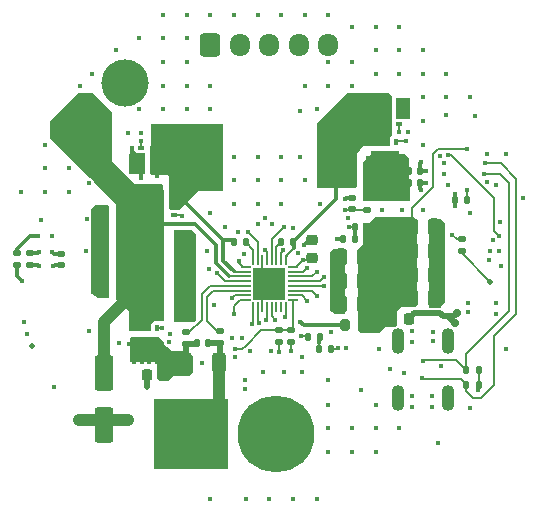
<source format=gbr>
%TF.GenerationSoftware,KiCad,Pcbnew,(6.0.9)*%
%TF.CreationDate,2023-01-25T10:50:16+01:00*%
%TF.ProjectId,BatteryManagementBoard,42617474-6572-4794-9d61-6e6167656d65,rev?*%
%TF.SameCoordinates,Original*%
%TF.FileFunction,Copper,L6,Bot*%
%TF.FilePolarity,Positive*%
%FSLAX46Y46*%
G04 Gerber Fmt 4.6, Leading zero omitted, Abs format (unit mm)*
G04 Created by KiCad (PCBNEW (6.0.9)) date 2023-01-25 10:50:16*
%MOMM*%
%LPD*%
G01*
G04 APERTURE LIST*
G04 Aperture macros list*
%AMRoundRect*
0 Rectangle with rounded corners*
0 $1 Rounding radius*
0 $2 $3 $4 $5 $6 $7 $8 $9 X,Y pos of 4 corners*
0 Add a 4 corners polygon primitive as box body*
4,1,4,$2,$3,$4,$5,$6,$7,$8,$9,$2,$3,0*
0 Add four circle primitives for the rounded corners*
1,1,$1+$1,$2,$3*
1,1,$1+$1,$4,$5*
1,1,$1+$1,$6,$7*
1,1,$1+$1,$8,$9*
0 Add four rect primitives between the rounded corners*
20,1,$1+$1,$2,$3,$4,$5,0*
20,1,$1+$1,$4,$5,$6,$7,0*
20,1,$1+$1,$6,$7,$8,$9,0*
20,1,$1+$1,$8,$9,$2,$3,0*%
G04 Aperture macros list end*
%TA.AperFunction,SMDPad,CuDef*%
%ADD10R,3.250000X5.000000*%
%TD*%
%TA.AperFunction,ComponentPad*%
%ADD11O,1.100000X2.200000*%
%TD*%
%TA.AperFunction,SMDPad,CuDef*%
%ADD12RoundRect,0.135000X-0.185000X0.135000X-0.185000X-0.135000X0.185000X-0.135000X0.185000X0.135000X0*%
%TD*%
%TA.AperFunction,SMDPad,CuDef*%
%ADD13RoundRect,0.135000X-0.135000X-0.185000X0.135000X-0.185000X0.135000X0.185000X-0.135000X0.185000X0*%
%TD*%
%TA.AperFunction,SMDPad,CuDef*%
%ADD14RoundRect,0.250000X-0.250000X-0.475000X0.250000X-0.475000X0.250000X0.475000X-0.250000X0.475000X0*%
%TD*%
%TA.AperFunction,SMDPad,CuDef*%
%ADD15R,0.430000X0.380000*%
%TD*%
%TA.AperFunction,SMDPad,CuDef*%
%ADD16R,0.300000X0.400000*%
%TD*%
%TA.AperFunction,SMDPad,CuDef*%
%ADD17R,1.980000X2.450000*%
%TD*%
%TA.AperFunction,SMDPad,CuDef*%
%ADD18R,0.500000X0.350000*%
%TD*%
%TA.AperFunction,SMDPad,CuDef*%
%ADD19RoundRect,0.140000X-0.170000X0.140000X-0.170000X-0.140000X0.170000X-0.140000X0.170000X0.140000X0*%
%TD*%
%TA.AperFunction,SMDPad,CuDef*%
%ADD20RoundRect,0.250000X0.250000X0.475000X-0.250000X0.475000X-0.250000X-0.475000X0.250000X-0.475000X0*%
%TD*%
%TA.AperFunction,SMDPad,CuDef*%
%ADD21RoundRect,0.250000X-0.550000X1.250000X-0.550000X-1.250000X0.550000X-1.250000X0.550000X1.250000X0*%
%TD*%
%TA.AperFunction,SMDPad,CuDef*%
%ADD22RoundRect,0.135000X0.185000X-0.135000X0.185000X0.135000X-0.185000X0.135000X-0.185000X-0.135000X0*%
%TD*%
%TA.AperFunction,SMDPad,CuDef*%
%ADD23RoundRect,0.225000X0.225000X0.250000X-0.225000X0.250000X-0.225000X-0.250000X0.225000X-0.250000X0*%
%TD*%
%TA.AperFunction,SMDPad,CuDef*%
%ADD24RoundRect,0.050000X0.337500X0.050000X-0.337500X0.050000X-0.337500X-0.050000X0.337500X-0.050000X0*%
%TD*%
%TA.AperFunction,SMDPad,CuDef*%
%ADD25RoundRect,0.050000X0.050000X0.337500X-0.050000X0.337500X-0.050000X-0.337500X0.050000X-0.337500X0*%
%TD*%
%TA.AperFunction,SMDPad,CuDef*%
%ADD26R,2.800000X2.800000*%
%TD*%
%TA.AperFunction,ComponentPad*%
%ADD27RoundRect,0.250000X-0.600000X-0.725000X0.600000X-0.725000X0.600000X0.725000X-0.600000X0.725000X0*%
%TD*%
%TA.AperFunction,ComponentPad*%
%ADD28O,1.700000X1.950000*%
%TD*%
%TA.AperFunction,SMDPad,CuDef*%
%ADD29RoundRect,0.225000X0.250000X-0.225000X0.250000X0.225000X-0.250000X0.225000X-0.250000X-0.225000X0*%
%TD*%
%TA.AperFunction,SMDPad,CuDef*%
%ADD30R,0.380000X0.430000*%
%TD*%
%TA.AperFunction,SMDPad,CuDef*%
%ADD31R,0.400000X0.300000*%
%TD*%
%TA.AperFunction,SMDPad,CuDef*%
%ADD32R,2.450000X1.980000*%
%TD*%
%TA.AperFunction,SMDPad,CuDef*%
%ADD33R,0.350000X0.500000*%
%TD*%
%TA.AperFunction,SMDPad,CuDef*%
%ADD34RoundRect,0.140000X0.140000X0.170000X-0.140000X0.170000X-0.140000X-0.170000X0.140000X-0.170000X0*%
%TD*%
%TA.AperFunction,SMDPad,CuDef*%
%ADD35RoundRect,0.135000X0.135000X0.185000X-0.135000X0.185000X-0.135000X-0.185000X0.135000X-0.185000X0*%
%TD*%
%TA.AperFunction,SMDPad,CuDef*%
%ADD36RoundRect,0.250000X0.625000X-0.312500X0.625000X0.312500X-0.625000X0.312500X-0.625000X-0.312500X0*%
%TD*%
%TA.AperFunction,SMDPad,CuDef*%
%ADD37RoundRect,0.140000X0.170000X-0.140000X0.170000X0.140000X-0.170000X0.140000X-0.170000X-0.140000X0*%
%TD*%
%TA.AperFunction,SMDPad,CuDef*%
%ADD38RoundRect,0.218750X0.218750X0.256250X-0.218750X0.256250X-0.218750X-0.256250X0.218750X-0.256250X0*%
%TD*%
%TA.AperFunction,ComponentPad*%
%ADD39C,6.500000*%
%TD*%
%TA.AperFunction,ComponentPad*%
%ADD40R,6.300000X6.000000*%
%TD*%
%TA.AperFunction,SMDPad,CuDef*%
%ADD41RoundRect,0.140000X-0.140000X-0.170000X0.140000X-0.170000X0.140000X0.170000X-0.140000X0.170000X0*%
%TD*%
%TA.AperFunction,SMDPad,CuDef*%
%ADD42RoundRect,0.250000X-0.312500X-0.625000X0.312500X-0.625000X0.312500X0.625000X-0.312500X0.625000X0*%
%TD*%
%TA.AperFunction,ComponentPad*%
%ADD43C,4.000000*%
%TD*%
%TA.AperFunction,SMDPad,CuDef*%
%ADD44RoundRect,0.200000X0.200000X0.275000X-0.200000X0.275000X-0.200000X-0.275000X0.200000X-0.275000X0*%
%TD*%
%TA.AperFunction,ViaPad*%
%ADD45C,0.450000*%
%TD*%
%TA.AperFunction,ViaPad*%
%ADD46C,0.800000*%
%TD*%
%TA.AperFunction,ViaPad*%
%ADD47C,0.500000*%
%TD*%
%TA.AperFunction,ViaPad*%
%ADD48C,0.700000*%
%TD*%
%TA.AperFunction,Conductor*%
%ADD49C,0.500000*%
%TD*%
%TA.AperFunction,Conductor*%
%ADD50C,0.300000*%
%TD*%
%TA.AperFunction,Conductor*%
%ADD51C,0.200000*%
%TD*%
%TA.AperFunction,Conductor*%
%ADD52C,1.000000*%
%TD*%
G04 APERTURE END LIST*
D10*
%TO.P,L301,1,1*%
%TO.N,/P3-Charger/SW1*%
X155625000Y-92000000D03*
%TO.P,L301,2,2*%
%TO.N,/P3-Charger/SW2*%
X144375000Y-92000000D03*
%TD*%
D11*
%TO.P,J201,S1,Shell*%
%TO.N,unconnected-(J201-PadS1)*%
X165150000Y-107600000D03*
%TO.P,J201,S2,Shell*%
%TO.N,unconnected-(J201-PadS2)*%
X160850000Y-107600000D03*
%TO.P,J201,S3,Shell*%
%TO.N,unconnected-(J201-PadS3)*%
X165150000Y-112400000D03*
%TO.P,J201,S4,Shell*%
%TO.N,unconnected-(J201-PadS4)*%
X160850000Y-112400000D03*
%TD*%
D12*
%TO.P,R313,1*%
%TO.N,GND*%
X129700000Y-100190000D03*
%TO.P,R313,2*%
%TO.N,BQ_EN_OTG*%
X129700000Y-101210000D03*
%TD*%
D13*
%TO.P,R505,1*%
%TO.N,GND*%
X165720000Y-95710000D03*
%TO.P,R505,2*%
%TO.N,/P5-TUSB422 (Optional)/PTN_ENB*%
X166740000Y-95710000D03*
%TD*%
D14*
%TO.P,C302,1*%
%TO.N,VBUS*%
X162050000Y-100000000D03*
%TO.P,C302,2*%
%TO.N,GND*%
X163950000Y-100000000D03*
%TD*%
D13*
%TO.P,R302,1*%
%TO.N,/P3-Charger/ACP*%
X157240000Y-98000000D03*
%TO.P,R302,2*%
%TO.N,VBUS*%
X158260000Y-98000000D03*
%TD*%
D15*
%TO.P,Q302,D,D*%
%TO.N,/P3-Charger/SW1*%
X159610000Y-86850000D03*
X159610000Y-89650000D03*
D16*
X158110000Y-87275000D03*
X158110000Y-89225000D03*
X158110000Y-87925000D03*
X158110000Y-88575000D03*
D17*
X159250000Y-88250000D03*
D18*
%TO.P,Q302,G,G*%
%TO.N,/P3-Charger/LODRV1*%
X161010000Y-89225000D03*
%TO.P,Q302,S,S*%
%TO.N,GND*%
X161010000Y-88575000D03*
X161010000Y-87275000D03*
X161010000Y-87925000D03*
%TD*%
D19*
%TO.P,C332,1*%
%TO.N,BQ_IADPT*%
X150800000Y-106720000D03*
%TO.P,C332,2*%
%TO.N,GND*%
X150800000Y-107680000D03*
%TD*%
D14*
%TO.P,C304,1*%
%TO.N,VBUS*%
X162050000Y-104000000D03*
%TO.P,C304,2*%
%TO.N,GND*%
X163950000Y-104000000D03*
%TD*%
D20*
%TO.P,C321,1*%
%TO.N,GND*%
X142450000Y-105000000D03*
%TO.P,C321,2*%
%TO.N,VOUT*%
X140550000Y-105000000D03*
%TD*%
D16*
%TO.P,Q304,D,D*%
%TO.N,VOUT*%
X139000000Y-96975000D03*
X139000000Y-95025000D03*
X139000000Y-95675000D03*
D15*
X140500000Y-97400000D03*
D17*
X140140000Y-96000000D03*
D15*
X140500000Y-94600000D03*
D16*
X139000000Y-96325000D03*
D18*
%TO.P,Q304,G,G*%
%TO.N,/P3-Charger/HIDRV2*%
X141900000Y-96975000D03*
%TO.P,Q304,S,S*%
%TO.N,/P3-Charger/SW2*%
X141900000Y-95675000D03*
X141900000Y-95025000D03*
X141900000Y-96325000D03*
%TD*%
D20*
%TO.P,C306,1*%
%TO.N,VBUS*%
X157950000Y-102500000D03*
%TO.P,C306,2*%
%TO.N,GND*%
X156050000Y-102500000D03*
%TD*%
D13*
%TO.P,R201,1*%
%TO.N,CC2*%
X166690000Y-111300000D03*
%TO.P,R201,2*%
%TO.N,GND*%
X167710000Y-111300000D03*
%TD*%
D21*
%TO.P,C401,1*%
%TO.N,VOUT*%
X136000000Y-110300000D03*
%TO.P,C401,2*%
%TO.N,GND*%
X136000000Y-114700000D03*
%TD*%
D22*
%TO.P,R318,1*%
%TO.N,GND*%
X151800000Y-107710000D03*
%TO.P,R318,2*%
%TO.N,BQ_IADPT*%
X151800000Y-106690000D03*
%TD*%
D12*
%TO.P,R316,1*%
%TO.N,BQ_CHRG_OK*%
X166300000Y-98990000D03*
%TO.P,R316,2*%
%TO.N,+3.3V*%
X166300000Y-100010000D03*
%TD*%
D23*
%TO.P,C322,1*%
%TO.N,/P3-Charger/VBAT-ps*%
X141175000Y-110500000D03*
%TO.P,C322,2*%
%TO.N,GND*%
X139625000Y-110500000D03*
%TD*%
D14*
%TO.P,C301,1*%
%TO.N,VBUS*%
X162050000Y-98000000D03*
%TO.P,C301,2*%
%TO.N,GND*%
X163950000Y-98000000D03*
%TD*%
%TO.P,C315,1*%
%TO.N,GND*%
X135850000Y-103000000D03*
%TO.P,C315,2*%
%TO.N,VOUT*%
X137750000Y-103000000D03*
%TD*%
D24*
%TO.P,U301,1,VBUS*%
%TO.N,/P3-Charger/VBUS-in*%
X151987500Y-101350000D03*
%TO.P,U301,2,ACN*%
%TO.N,/P3-Charger/ACN*%
X151987500Y-101750000D03*
%TO.P,U301,3,ACP*%
%TO.N,/P3-Charger/ACP*%
X151987500Y-102150000D03*
%TO.P,U301,4,CHRG_OK*%
%TO.N,BQ_CHRG_OK*%
X151987500Y-102550000D03*
%TO.P,U301,5,OTG/VAP*%
%TO.N,BQ_EN_OTG*%
X151987500Y-102950000D03*
%TO.P,U301,6,ILIM_HIZ*%
%TO.N,/P3-Charger/ILIM_HIZ*%
X151987500Y-103350000D03*
%TO.P,U301,7,VDDA*%
%TO.N,/P3-Charger/VDDA*%
X151987500Y-103750000D03*
%TO.P,U301,8,IADPT*%
%TO.N,BQ_IADPT*%
X151987500Y-104150000D03*
D25*
%TO.P,U301,9,IBAT*%
%TO.N,BQ_IBAT*%
X151400000Y-104737500D03*
%TO.P,U301,10,PSYS*%
%TO.N,unconnected-(U301-Pad10)*%
X151000000Y-104737500D03*
%TO.P,U301,11,!PROCHOT*%
%TO.N,unconnected-(U301-Pad11)*%
X150600000Y-104737500D03*
%TO.P,U301,12,SDA*%
%TO.N,SDA*%
X150200000Y-104737500D03*
%TO.P,U301,13,SCL*%
%TO.N,SCL*%
X149800000Y-104737500D03*
%TO.P,U301,14,CMPIN*%
%TO.N,GND*%
X149400000Y-104737500D03*
%TO.P,U301,15,CMPOUT*%
%TO.N,BQ_CMPOUT*%
X149000000Y-104737500D03*
%TO.P,U301,16,COMP1*%
%TO.N,/P3-Charger/COMP1*%
X148600000Y-104737500D03*
D24*
%TO.P,U301,17,COMP2*%
%TO.N,/P3-Charger/COMP2*%
X148012500Y-104150000D03*
%TO.P,U301,18,CELL_BATPRESZ*%
%TO.N,/P3-Charger/CELL_BATPRESZ*%
X148012500Y-103750000D03*
%TO.P,U301,19,SRN*%
%TO.N,/P3-Charger/SRN*%
X148012500Y-103350000D03*
%TO.P,U301,20,SRP*%
%TO.N,/P3-Charger/SRP*%
X148012500Y-102950000D03*
%TO.P,U301,21,!BATDRV*%
%TO.N,/P3-Charger/!BATDRV*%
X148012500Y-102550000D03*
%TO.P,U301,22,VSYS*%
%TO.N,VOUT*%
X148012500Y-102150000D03*
%TO.P,U301,23,SW2*%
%TO.N,/P3-Charger/SW2*%
X148012500Y-101750000D03*
%TO.P,U301,24,HIDRV2*%
%TO.N,/P3-Charger/HIDRV2*%
X148012500Y-101350000D03*
D25*
%TO.P,U301,25,BTST2*%
%TO.N,/P3-Charger/BTST2*%
X148600000Y-100762500D03*
%TO.P,U301,26,LODRV2*%
%TO.N,/P3-Charger/LODRV2*%
X149000000Y-100762500D03*
%TO.P,U301,27,PGND*%
%TO.N,GND*%
X149400000Y-100762500D03*
%TO.P,U301,28,REGN*%
%TO.N,/P3-Charger/REGN*%
X149800000Y-100762500D03*
%TO.P,U301,29,LODRV1*%
%TO.N,/P3-Charger/LODRV1*%
X150200000Y-100762500D03*
%TO.P,U301,30,BTST1*%
%TO.N,/P3-Charger/BTST1*%
X150600000Y-100762500D03*
%TO.P,U301,31,HIDRV1*%
%TO.N,/P3-Charger/HIDRV1*%
X151000000Y-100762500D03*
%TO.P,U301,32,SW1*%
%TO.N,/P3-Charger/SW1*%
X151400000Y-100762500D03*
D26*
%TO.P,U301,33,THERMALPAD*%
%TO.N,GND*%
X150000000Y-102750000D03*
%TD*%
D27*
%TO.P,J208,1,Pin_1*%
%TO.N,/P2-Connectors/Cell4*%
X145000000Y-82525000D03*
D28*
%TO.P,J208,2,Pin_2*%
%TO.N,/P2-Connectors/Cell3*%
X147500000Y-82525000D03*
%TO.P,J208,3,Pin_3*%
%TO.N,/P2-Connectors/Cell2*%
X150000000Y-82525000D03*
%TO.P,J208,4,Pin_4*%
%TO.N,/P2-Connectors/Cell1*%
X152500000Y-82525000D03*
%TO.P,J208,5,Pin_5*%
%TO.N,GND*%
X155000000Y-82525000D03*
%TD*%
D14*
%TO.P,C303,1*%
%TO.N,VBUS*%
X162050000Y-102000000D03*
%TO.P,C303,2*%
%TO.N,GND*%
X163950000Y-102000000D03*
%TD*%
D13*
%TO.P,R202,1*%
%TO.N,CC1*%
X166690000Y-110100000D03*
%TO.P,R202,2*%
%TO.N,GND*%
X167710000Y-110100000D03*
%TD*%
D20*
%TO.P,C318,1*%
%TO.N,GND*%
X142450000Y-99000000D03*
%TO.P,C318,2*%
%TO.N,VOUT*%
X140550000Y-99000000D03*
%TD*%
%TO.P,C320,1*%
%TO.N,GND*%
X142450000Y-103000000D03*
%TO.P,C320,2*%
%TO.N,VOUT*%
X140550000Y-103000000D03*
%TD*%
D29*
%TO.P,C325,1*%
%TO.N,/P3-Charger/VBUS-in*%
X153600000Y-100575000D03*
%TO.P,C325,2*%
%TO.N,GND*%
X153600000Y-99025000D03*
%TD*%
D30*
%TO.P,Q305,D,D*%
%TO.N,/P3-Charger/VBAT-ps*%
X138100000Y-107890000D03*
D31*
X140475000Y-109390000D03*
X138525000Y-109390000D03*
D30*
X140900000Y-107890000D03*
D31*
X139175000Y-109390000D03*
X139825000Y-109390000D03*
D32*
X139500000Y-108250000D03*
D33*
%TO.P,Q305,G,G*%
%TO.N,/P3-Charger/!BATDRV*%
X140475000Y-106490000D03*
%TO.P,Q305,S,S*%
%TO.N,VOUT*%
X139175000Y-106490000D03*
X138525000Y-106490000D03*
X139825000Y-106490000D03*
%TD*%
D34*
%TO.P,C308,1*%
%TO.N,/P3-Charger/ACP*%
X157230000Y-99000000D03*
%TO.P,C308,2*%
%TO.N,GND*%
X156270000Y-99000000D03*
%TD*%
D35*
%TO.P,R310,1*%
%TO.N,/P3-Charger/ILIM_HIZ*%
X154260000Y-107250000D03*
%TO.P,R310,2*%
%TO.N,/P3-Charger/VDDA*%
X153240000Y-107250000D03*
%TD*%
D12*
%TO.P,R306,1*%
%TO.N,/P3-Charger/SRN*%
X145800000Y-106790000D03*
%TO.P,R306,2*%
%TO.N,+BATT*%
X145800000Y-107810000D03*
%TD*%
D36*
%TO.P,R301,1*%
%TO.N,VBUS*%
X160000000Y-97962500D03*
%TO.P,R301,2*%
%TO.N,/P3-Charger/VBUS-ps*%
X160000000Y-95037500D03*
%TD*%
D37*
%TO.P,C309,1*%
%TO.N,/P3-Charger/ACN*%
X157000000Y-96480000D03*
%TO.P,C309,2*%
%TO.N,GND*%
X157000000Y-95520000D03*
%TD*%
D38*
%TO.P,F201,1*%
%TO.N,/P2-Connectors/VBUS_connector*%
X161787500Y-105750000D03*
%TO.P,F201,2*%
%TO.N,VBUS*%
X160212500Y-105750000D03*
%TD*%
D39*
%TO.P,J204,N,N*%
%TO.N,GND*%
X150600000Y-115500000D03*
D40*
%TO.P,J204,P,P*%
%TO.N,+BATT*%
X143400000Y-115500000D03*
%TD*%
D41*
%TO.P,C310,1*%
%TO.N,/P3-Charger/VBUS-ps*%
X161820000Y-93200000D03*
%TO.P,C310,2*%
%TO.N,GND*%
X162780000Y-93200000D03*
%TD*%
D20*
%TO.P,C305,1*%
%TO.N,VBUS*%
X157950000Y-104500000D03*
%TO.P,C305,2*%
%TO.N,GND*%
X156050000Y-104500000D03*
%TD*%
D14*
%TO.P,C316,1*%
%TO.N,GND*%
X135850000Y-101000000D03*
%TO.P,C316,2*%
%TO.N,VOUT*%
X137750000Y-101000000D03*
%TD*%
D41*
%TO.P,C313,1*%
%TO.N,/P3-Charger/SW2*%
X147020000Y-99250000D03*
%TO.P,C313,2*%
%TO.N,/P3-Charger/BTST2*%
X147980000Y-99250000D03*
%TD*%
D37*
%TO.P,C333,1*%
%TO.N,BQ_IBAT*%
X132400000Y-101180000D03*
%TO.P,C333,2*%
%TO.N,GND*%
X132400000Y-100220000D03*
%TD*%
D22*
%TO.P,R303,1*%
%TO.N,/P3-Charger/ACN*%
X158250000Y-96510000D03*
%TO.P,R303,2*%
%TO.N,/P3-Charger/VBUS-ps*%
X158250000Y-95490000D03*
%TD*%
D42*
%TO.P,R304,1*%
%TO.N,/P3-Charger/VBAT-ps*%
X142837500Y-109500000D03*
%TO.P,R304,2*%
%TO.N,+BATT*%
X145762500Y-109500000D03*
%TD*%
D31*
%TO.P,Q301,D,D*%
%TO.N,/P3-Charger/VBUS-ps*%
X158775000Y-93640000D03*
D30*
X161150000Y-92140000D03*
D31*
X160725000Y-93640000D03*
X160075000Y-93640000D03*
X159425000Y-93640000D03*
D30*
X158350000Y-92140000D03*
D32*
X159750000Y-92500000D03*
D33*
%TO.P,Q301,G,G*%
%TO.N,/P3-Charger/HIDRV1*%
X160725000Y-90740000D03*
%TO.P,Q301,S,S*%
%TO.N,/P3-Charger/SW1*%
X158775000Y-90740000D03*
X160075000Y-90740000D03*
X159425000Y-90740000D03*
%TD*%
D43*
%TO.P,J202,1,N*%
%TO.N,GND*%
X137817767Y-85732233D03*
%TO.P,J202,2,P*%
%TO.N,VOUT*%
X134282233Y-89267767D03*
%TD*%
D34*
%TO.P,C312,1*%
%TO.N,/P3-Charger/SW1*%
X151980000Y-99200000D03*
%TO.P,C312,2*%
%TO.N,/P3-Charger/BTST1*%
X151020000Y-99200000D03*
%TD*%
D17*
%TO.P,Q303,D,D*%
%TO.N,/P3-Charger/SW2*%
X140860000Y-92250000D03*
D15*
X140500000Y-93650000D03*
D16*
X142000000Y-91275000D03*
D15*
X140500000Y-90850000D03*
D16*
X142000000Y-93225000D03*
X142000000Y-92575000D03*
X142000000Y-91925000D03*
D18*
%TO.P,Q303,G,G*%
%TO.N,/P3-Charger/LODRV2*%
X139100000Y-91275000D03*
%TO.P,Q303,S,S*%
%TO.N,GND*%
X139100000Y-91925000D03*
X139100000Y-93225000D03*
X139100000Y-92575000D03*
%TD*%
D14*
%TO.P,C314,1*%
%TO.N,GND*%
X135850000Y-97000000D03*
%TO.P,C314,2*%
%TO.N,VOUT*%
X137750000Y-97000000D03*
%TD*%
D35*
%TO.P,R312,1*%
%TO.N,GND*%
X155260000Y-108250000D03*
%TO.P,R312,2*%
%TO.N,/P3-Charger/ILIM_HIZ*%
X154240000Y-108250000D03*
%TD*%
D44*
%TO.P,R307,1*%
%TO.N,VBUS*%
X158025000Y-106300000D03*
%TO.P,R307,2*%
%TO.N,/P3-Charger/VBUS-in*%
X156375000Y-106300000D03*
%TD*%
D20*
%TO.P,C307,1*%
%TO.N,VBUS*%
X157950000Y-100500000D03*
%TO.P,C307,2*%
%TO.N,GND*%
X156050000Y-100500000D03*
%TD*%
D41*
%TO.P,C323,1*%
%TO.N,/P3-Charger/VBAT-ps*%
X143840000Y-107800000D03*
%TO.P,C323,2*%
%TO.N,+BATT*%
X144800000Y-107800000D03*
%TD*%
D12*
%TO.P,R317,1*%
%TO.N,BQ_CMPOUT*%
X128600000Y-100190000D03*
%TO.P,R317,2*%
%TO.N,+3.3V*%
X128600000Y-101210000D03*
%TD*%
D20*
%TO.P,C319,1*%
%TO.N,GND*%
X142450000Y-101000000D03*
%TO.P,C319,2*%
%TO.N,VOUT*%
X140550000Y-101000000D03*
%TD*%
D41*
%TO.P,C311,1*%
%TO.N,/P3-Charger/VBUS-ps*%
X161820000Y-94200000D03*
%TO.P,C311,2*%
%TO.N,GND*%
X162780000Y-94200000D03*
%TD*%
D14*
%TO.P,C317,1*%
%TO.N,GND*%
X135850000Y-99000000D03*
%TO.P,C317,2*%
%TO.N,VOUT*%
X137750000Y-99000000D03*
%TD*%
D12*
%TO.P,R305,1*%
%TO.N,/P3-Charger/SRP*%
X142900000Y-106890000D03*
%TO.P,R305,2*%
%TO.N,/P3-Charger/VBAT-ps*%
X142900000Y-107910000D03*
%TD*%
D45*
%TO.N,GND*%
X144750000Y-100000000D03*
X129500000Y-107000000D03*
X131750000Y-111500000D03*
X134750000Y-106750000D03*
X137250000Y-107750000D03*
X170000000Y-91750000D03*
X171500000Y-95500000D03*
X170000000Y-108250000D03*
X167000000Y-113250000D03*
X164250000Y-116250000D03*
X159250000Y-108250000D03*
X157750000Y-111750000D03*
X152750000Y-109000000D03*
X144300000Y-109500000D03*
X163000000Y-96500000D03*
X161250000Y-96500000D03*
X159500000Y-96500000D03*
X154250000Y-96000000D03*
X146250000Y-98000000D03*
X145000000Y-96750000D03*
X152750000Y-110250000D03*
X151250000Y-110250000D03*
X149500000Y-110250000D03*
X131000000Y-91000000D03*
X131000000Y-93000000D03*
X133000000Y-93000000D03*
X134750000Y-94250000D03*
X133000000Y-95000000D03*
X131000000Y-95000000D03*
X129000000Y-95000000D03*
X154998966Y-83989733D03*
X156996900Y-83989733D03*
X156996900Y-85987667D03*
X153999999Y-87997933D03*
X155000000Y-86000000D03*
X153000000Y-86000000D03*
X134000000Y-86000000D03*
X135000000Y-85000000D03*
X137000000Y-83000000D03*
X137993844Y-89992789D03*
X138996922Y-87994855D03*
X138989733Y-81999999D03*
X141000000Y-80000000D03*
X141000000Y-82000000D03*
X141000000Y-84000000D03*
X141000000Y-86000000D03*
X141000000Y-88000000D03*
X145000000Y-88000000D03*
X145000000Y-86000000D03*
X143000000Y-88000000D03*
X143000000Y-86000000D03*
X143000000Y-84000000D03*
X142994855Y-81994855D03*
X142996965Y-79994855D03*
X144994899Y-79994855D03*
X146992833Y-79994855D03*
X148998988Y-79994855D03*
X150996922Y-79994855D03*
X152994855Y-79994855D03*
X154992789Y-79994855D03*
X156998944Y-80997933D03*
X162999999Y-90998966D03*
X162999999Y-88996900D03*
X161000000Y-81000000D03*
X158991799Y-80992833D03*
X158991799Y-82990766D03*
X162999999Y-82990766D03*
X160998966Y-82989733D03*
X158988700Y-84987667D03*
X160998966Y-84987667D03*
X162996900Y-84987667D03*
X162996900Y-86997933D03*
X166992767Y-86997933D03*
X164994834Y-84987667D03*
X164994834Y-86997933D03*
X155001033Y-110940401D03*
X154988700Y-112999999D03*
X158996900Y-112999999D03*
X160987667Y-114998966D03*
X145000000Y-121000000D03*
X147994855Y-120991778D03*
X154000000Y-121000000D03*
X152000000Y-121000000D03*
X149991778Y-120991778D03*
X152994855Y-93994855D03*
X151000000Y-92000000D03*
X148995192Y-91994518D03*
X147000000Y-92000000D03*
X151000000Y-94000000D03*
X147000000Y-96000000D03*
X151000000Y-96000000D03*
X149000000Y-96000000D03*
X149000000Y-94000000D03*
X147000000Y-94000000D03*
X155000000Y-115000000D03*
X159000000Y-115000000D03*
X157000000Y-115000000D03*
X159000000Y-117000000D03*
X157000000Y-117000000D03*
X155000000Y-117000000D03*
X160200000Y-110000000D03*
%TO.N,/P2-Connectors/USB-P*%
X161399832Y-110299832D03*
%TO.N,GND*%
X147100000Y-109000000D03*
X147900000Y-111700000D03*
X141600000Y-107000000D03*
X164410000Y-91980000D03*
X168460000Y-94160000D03*
X168420000Y-91790000D03*
X168891670Y-99091392D03*
X156650878Y-97209122D03*
X152440000Y-100200000D03*
X147890000Y-100230000D03*
X144860000Y-101500000D03*
X161710000Y-89960000D03*
X139110000Y-90010000D03*
X152000000Y-98040000D03*
X147330000Y-98410000D03*
%TO.N,VBUS*%
X166700000Y-91340000D03*
%TO.N,GND*%
X164700000Y-101600000D03*
X163800000Y-113200000D03*
X162100000Y-112300000D03*
X145300000Y-104600000D03*
X165690000Y-95200000D03*
X152600000Y-92000000D03*
X163300000Y-93200000D03*
X143400000Y-105700000D03*
X130700000Y-97400000D03*
X142500000Y-100000000D03*
X166800000Y-105200000D03*
X162100000Y-106800000D03*
X167700000Y-111800000D03*
X139600000Y-111500000D03*
X149000000Y-97700000D03*
X156400000Y-95600000D03*
X135100000Y-101500000D03*
X138400000Y-93300000D03*
X169200000Y-105300000D03*
X155800000Y-108200000D03*
X134500000Y-100000000D03*
D46*
X149200000Y-103700000D03*
D45*
X143400000Y-103300000D03*
X130500000Y-100100000D03*
X138400000Y-92000000D03*
X155300000Y-101200000D03*
X164700000Y-98100000D03*
X151800000Y-108500000D03*
X164000000Y-99000000D03*
X164700000Y-98900000D03*
X161600000Y-87300000D03*
X169200000Y-104400000D03*
X163800000Y-112300000D03*
X138400000Y-92700000D03*
X129200000Y-106000000D03*
X156000000Y-103500000D03*
X147700000Y-107400000D03*
X143400000Y-99700000D03*
X149600000Y-97200000D03*
X155300000Y-102000000D03*
X135800000Y-100000000D03*
X155300000Y-104600000D03*
X164700000Y-100700000D03*
X135100000Y-98700000D03*
X155300000Y-102800000D03*
X143400000Y-98800000D03*
X135100000Y-103100000D03*
X164700000Y-102500000D03*
X162800000Y-92500000D03*
X131624500Y-100100000D03*
X134600000Y-114300000D03*
D46*
X150900000Y-103700000D03*
D45*
X148400000Y-108500000D03*
X163300000Y-94200000D03*
X150200000Y-97700000D03*
X143400000Y-104900000D03*
X155300000Y-103700000D03*
X162100000Y-113200000D03*
X142500000Y-102000000D03*
X142500000Y-104000000D03*
X135800000Y-98000000D03*
X168700000Y-100000000D03*
X138400000Y-91300000D03*
X155300000Y-100300000D03*
X164700000Y-103300000D03*
X162100000Y-107700000D03*
X146800000Y-107400000D03*
X167370000Y-88560000D03*
X137300000Y-114300000D03*
X155700000Y-99000000D03*
X166800000Y-104400000D03*
X135100000Y-100600000D03*
X156000000Y-101500000D03*
X163850000Y-107650000D03*
X162800000Y-94800000D03*
X143400000Y-101500000D03*
X135100000Y-96700000D03*
X169400000Y-100000000D03*
X164000000Y-101000000D03*
X167000000Y-96800000D03*
X161600000Y-88500000D03*
X150800000Y-108534500D03*
X164700000Y-104100000D03*
X143400000Y-100600000D03*
X133900000Y-114300000D03*
X152600000Y-88100000D03*
D46*
X149200000Y-101900000D03*
D45*
X152900000Y-99500000D03*
X164700000Y-99800000D03*
X143400000Y-102400000D03*
X139100000Y-93800000D03*
X161600000Y-87900000D03*
X143400000Y-104100000D03*
X150124500Y-108500000D03*
X135800000Y-102000000D03*
X135100000Y-99700000D03*
X164960000Y-88510000D03*
X165750000Y-96210000D03*
D46*
X150900000Y-101900000D03*
D45*
X164000000Y-103000000D03*
X163865000Y-106865000D03*
X138000000Y-114300000D03*
X134600000Y-97300000D03*
X135100000Y-102300000D03*
X135100000Y-97700000D03*
%TO.N,/P3-Charger/ACP*%
X154000000Y-101800000D03*
X156700000Y-98000000D03*
%TO.N,/P3-Charger/ACN*%
X156400000Y-96500000D03*
X153191973Y-101429983D03*
%TO.N,VOUT*%
X139100000Y-103900000D03*
X139250000Y-105100000D03*
%TO.N,/P3-Charger/VBUS-in*%
X152825000Y-100775000D03*
X152600000Y-106000000D03*
%TO.N,/P3-Charger/VDDA*%
X153206233Y-104193767D03*
X152700000Y-107200000D03*
%TO.N,/P3-Charger/COMP1*%
X148500000Y-106200000D03*
%TO.N,/P3-Charger/COMP2*%
X147000000Y-105300000D03*
%TO.N,/P3-Charger/REGN*%
X149600000Y-99900000D03*
%TO.N,BQ_IADPT*%
X147100000Y-108300000D03*
X141514502Y-107700000D03*
X131600000Y-98700000D03*
%TO.N,BQ_IBAT*%
X131700000Y-101300000D03*
X151300000Y-105600000D03*
D47*
%TO.N,+3.3V*%
X168700000Y-102600000D03*
D45*
X129050000Y-102540000D03*
D47*
X129900000Y-108000000D03*
D45*
X169180000Y-94410000D03*
D48*
%TO.N,/P2-Connectors/VBUS_connector*%
X165715688Y-106107186D03*
X165850000Y-105250000D03*
D45*
%TO.N,CC1*%
X168160000Y-93490000D03*
X162994502Y-109275500D03*
%TO.N,/P2-Connectors/USB-P*%
X164540210Y-109750000D03*
%TO.N,CC2*%
X168220000Y-92550000D03*
X162950000Y-110750000D03*
%TO.N,/P3-Charger/ILIM_HIZ*%
X154200000Y-107700000D03*
X154044500Y-103800000D03*
%TO.N,SDA*%
X169600000Y-101300000D03*
X164800000Y-92520000D03*
X150500000Y-105800000D03*
%TO.N,SCL*%
X149703061Y-105798166D03*
X168570000Y-100775500D03*
X156500000Y-108200000D03*
X164780000Y-93450000D03*
%TO.N,USBC_INT*%
X169410000Y-98700000D03*
X165120878Y-91864500D03*
%TO.N,BQ_CHRG_OK*%
X154600000Y-102200000D03*
X165475500Y-98600000D03*
%TO.N,BQ_EN_OTG*%
X154600000Y-103000000D03*
X155200000Y-106874500D03*
X130500000Y-101300000D03*
X147900000Y-110900000D03*
%TO.N,BQ_CMPOUT*%
X149145936Y-106132031D03*
X130400000Y-98700000D03*
%TO.N,/P3-Charger/CELL_BATPRESZ*%
X146800000Y-104000000D03*
%TO.N,/P3-Charger/!BATDRV*%
X140900000Y-106500000D03*
X145543767Y-101856233D03*
%TO.N,/P3-Charger/HIDRV2*%
X147400000Y-100800000D03*
X142600000Y-97000000D03*
%TO.N,/P3-Charger/LODRV2*%
X148200000Y-98400000D03*
X139100000Y-90700000D03*
%TO.N,/P3-Charger/LODRV1*%
X151200000Y-98000000D03*
X161000000Y-89900000D03*
%TO.N,/P3-Charger/HIDRV1*%
X161600000Y-90700000D03*
X151174500Y-99950000D03*
%TO.N,/P5-TUSB422 (Optional)/PTN_ENB*%
X166700000Y-94840000D03*
%TO.N,PTN_ID*%
X169530000Y-97500000D03*
X165110000Y-94420000D03*
%TD*%
D49*
%TO.N,/P2-Connectors/VBUS_connector*%
X164470002Y-105250000D02*
X164710001Y-105489999D01*
X162287500Y-105250000D02*
X164470002Y-105250000D01*
X161787500Y-105750000D02*
X162287500Y-105250000D01*
D50*
%TO.N,/P3-Charger/SW1*%
X155625000Y-95625000D02*
X152100000Y-99150000D01*
X155625000Y-92000000D02*
X155625000Y-95625000D01*
X152100000Y-99150000D02*
X152100000Y-99700000D01*
D51*
%TO.N,VBUS*%
X162050000Y-96350000D02*
X162050000Y-98000000D01*
X163840000Y-94560000D02*
X162050000Y-96350000D01*
X163840000Y-91780000D02*
X163840000Y-94560000D01*
X166700000Y-91340000D02*
X164280000Y-91340000D01*
X164280000Y-91340000D02*
X163840000Y-91780000D01*
D49*
%TO.N,GND*%
X139625000Y-111475000D02*
X139600000Y-111500000D01*
D51*
X149400000Y-101700000D02*
X149200000Y-101900000D01*
D50*
X129700000Y-100190000D02*
X130410000Y-100190000D01*
D51*
X165720000Y-96180000D02*
X165750000Y-96210000D01*
X165720000Y-95230000D02*
X165690000Y-95200000D01*
D50*
X132400000Y-100220000D02*
X131744500Y-100220000D01*
X156480000Y-95520000D02*
X156400000Y-95600000D01*
D51*
X155750000Y-108250000D02*
X155800000Y-108200000D01*
X149400000Y-104737500D02*
X149400000Y-103350000D01*
D52*
X133900000Y-114300000D02*
X138000000Y-114300000D01*
D50*
X139100000Y-93800000D02*
X139100000Y-93225000D01*
D51*
X150800000Y-107680000D02*
X150800000Y-108534500D01*
X167710000Y-110100000D02*
X167710000Y-111300000D01*
D50*
X162780000Y-92520000D02*
X162800000Y-92500000D01*
D51*
X155260000Y-108250000D02*
X155750000Y-108250000D01*
X165720000Y-95710000D02*
X165720000Y-96180000D01*
D50*
X162780000Y-94200000D02*
X162780000Y-94780000D01*
X162780000Y-94200000D02*
X163300000Y-94200000D01*
D51*
X149400000Y-100762500D02*
X149400000Y-101700000D01*
D50*
X162780000Y-93200000D02*
X162780000Y-92520000D01*
X138400000Y-91600000D02*
X138700000Y-91900000D01*
X130410000Y-100190000D02*
X130500000Y-100100000D01*
X162780000Y-93200000D02*
X163300000Y-93200000D01*
X153375000Y-99025000D02*
X152900000Y-99500000D01*
X157000000Y-95520000D02*
X156480000Y-95520000D01*
X162780000Y-94780000D02*
X162800000Y-94800000D01*
D51*
X149400000Y-103350000D02*
X150000000Y-102750000D01*
X167710000Y-111300000D02*
X167710000Y-111790000D01*
D50*
X153600000Y-99025000D02*
X153375000Y-99025000D01*
X138400000Y-91300000D02*
X138400000Y-91600000D01*
D51*
X167710000Y-111790000D02*
X167700000Y-111800000D01*
D50*
X131744500Y-100220000D02*
X131624500Y-100100000D01*
D51*
X165720000Y-95710000D02*
X165720000Y-95230000D01*
D49*
X139625000Y-110500000D02*
X139625000Y-111475000D01*
D51*
X151800000Y-107710000D02*
X151800000Y-108500000D01*
D50*
X156270000Y-99000000D02*
X155700000Y-99000000D01*
D51*
%TO.N,/P3-Charger/ACP*%
X153650000Y-102150000D02*
X154000000Y-101800000D01*
X151987500Y-102150000D02*
X153650000Y-102150000D01*
D50*
X157240000Y-98000000D02*
X157240000Y-98990000D01*
D51*
X156700000Y-98000000D02*
X157240000Y-98000000D01*
D50*
X157240000Y-98990000D02*
X157230000Y-99000000D01*
D51*
%TO.N,/P3-Charger/ACN*%
X153191973Y-101429983D02*
X152871956Y-101750000D01*
X158240000Y-96500000D02*
X158250000Y-96510000D01*
X152871956Y-101750000D02*
X151987500Y-101750000D01*
X156400000Y-96500000D02*
X158240000Y-96500000D01*
%TO.N,/P3-Charger/SW1*%
X151583482Y-100283481D02*
X152100000Y-99766963D01*
X151400000Y-100762500D02*
X151400000Y-100466963D01*
X152100000Y-99766963D02*
X152100000Y-99700000D01*
X151400000Y-100466963D02*
X151583482Y-100283481D01*
%TO.N,/P3-Charger/BTST1*%
X150600000Y-99620000D02*
X151020000Y-99200000D01*
X150600000Y-100762500D02*
X150600000Y-99620000D01*
D50*
%TO.N,/P3-Charger/SW2*%
X146100000Y-99100000D02*
X142700000Y-95700000D01*
D51*
X148012500Y-101750000D02*
X147050000Y-101750000D01*
D50*
X146870000Y-99100000D02*
X147020000Y-99250000D01*
X146100000Y-99100000D02*
X146870000Y-99100000D01*
D51*
X147050000Y-101750000D02*
X147000000Y-101700000D01*
D50*
X146100000Y-100800000D02*
X146100000Y-99100000D01*
X147000000Y-101700000D02*
X146100000Y-100800000D01*
D51*
%TO.N,/P3-Charger/BTST2*%
X148600000Y-100762500D02*
X148600000Y-99870000D01*
X148600000Y-99870000D02*
X147980000Y-99250000D01*
D52*
%TO.N,VOUT*%
X136000000Y-110300000D02*
X136000000Y-106000000D01*
D50*
X143700000Y-97700000D02*
X140500000Y-97700000D01*
D52*
X136000000Y-106000000D02*
X137750000Y-104250000D01*
X137750000Y-104250000D02*
X137750000Y-103000000D01*
D51*
X146600000Y-102100000D02*
X146650000Y-102150000D01*
X146650000Y-102150000D02*
X148012500Y-102150000D01*
D50*
X146600000Y-102100000D02*
X145500000Y-101000000D01*
X145500000Y-101000000D02*
X145500000Y-99500000D01*
X145500000Y-99500000D02*
X143700000Y-97700000D01*
D49*
%TO.N,/P3-Charger/VBAT-ps*%
X142900000Y-107910000D02*
X143730000Y-107910000D01*
X142900000Y-107910000D02*
X142900000Y-109437500D01*
X143730000Y-107910000D02*
X143840000Y-107800000D01*
%TO.N,+BATT*%
X145790000Y-107800000D02*
X145800000Y-107810000D01*
X144800000Y-107800000D02*
X145790000Y-107800000D01*
D52*
X145762500Y-113137500D02*
X145762500Y-109500000D01*
X143400000Y-115500000D02*
X145762500Y-113137500D01*
D49*
X145800000Y-107810000D02*
X145800000Y-109462500D01*
X145800000Y-109462500D02*
X145762500Y-109500000D01*
D51*
%TO.N,/P3-Charger/VBUS-in*%
X151987500Y-101350000D02*
X152250000Y-101350000D01*
X152825000Y-100775000D02*
X153600000Y-100775000D01*
D50*
X156375000Y-106300000D02*
X152900000Y-106300000D01*
D51*
X152250000Y-101350000D02*
X152825000Y-100775000D01*
D50*
X152900000Y-106300000D02*
X152600000Y-106000000D01*
D51*
%TO.N,/P3-Charger/VDDA*%
X152762466Y-103750000D02*
X153206233Y-104193767D01*
X152700000Y-107200000D02*
X153190000Y-107200000D01*
X153190000Y-107200000D02*
X153240000Y-107250000D01*
X151987500Y-103750000D02*
X152762466Y-103750000D01*
%TO.N,/P3-Charger/COMP1*%
X148600000Y-106100000D02*
X148500000Y-106200000D01*
X148600000Y-104737500D02*
X148600000Y-106100000D01*
%TO.N,/P3-Charger/COMP2*%
X148012500Y-104150000D02*
X147550000Y-104150000D01*
X147550000Y-104150000D02*
X147100000Y-104600000D01*
X147000000Y-104700000D02*
X147000000Y-105300000D01*
X147100000Y-104600000D02*
X147000000Y-104700000D01*
%TO.N,/P3-Charger/REGN*%
X149800000Y-100100000D02*
X149600000Y-99900000D01*
X149800000Y-100762500D02*
X149800000Y-100100000D01*
%TO.N,BQ_IADPT*%
X151987500Y-104150000D02*
X151987500Y-106502500D01*
X147700000Y-108300000D02*
X147100000Y-108300000D01*
X149280000Y-106720000D02*
X148000000Y-108000000D01*
X150800000Y-106720000D02*
X149280000Y-106720000D01*
X151987500Y-106502500D02*
X151800000Y-106690000D01*
X148000000Y-108000000D02*
X147700000Y-108300000D01*
X150830000Y-106690000D02*
X150800000Y-106720000D01*
X151800000Y-106690000D02*
X150830000Y-106690000D01*
D50*
%TO.N,BQ_IBAT*%
X131820000Y-101180000D02*
X131700000Y-101300000D01*
D51*
X151300000Y-105600000D02*
X151400000Y-105500000D01*
X151400000Y-105500000D02*
X151400000Y-104737500D01*
D50*
X132400000Y-101180000D02*
X131820000Y-101180000D01*
D51*
%TO.N,+3.3V*%
X166300000Y-100200000D02*
X168700000Y-102600000D01*
D50*
X128600000Y-101210000D02*
X128600000Y-102090000D01*
D51*
X166300000Y-100010000D02*
X166300000Y-100200000D01*
D50*
X128600000Y-102090000D02*
X129050000Y-102540000D01*
D49*
%TO.N,/P2-Connectors/VBUS_connector*%
X165610001Y-105489999D02*
X164710001Y-105489999D01*
X165098501Y-105489999D02*
X164710001Y-105489999D01*
X165850000Y-105250000D02*
X165610001Y-105489999D01*
X165715688Y-106107186D02*
X165098501Y-105489999D01*
D51*
%TO.N,CC1*%
X170300000Y-105100000D02*
X166690000Y-108710000D01*
X163045002Y-109225000D02*
X165815000Y-109225000D01*
X168160000Y-93490000D02*
X169540000Y-93490000D01*
X170300000Y-94250000D02*
X170300000Y-105100000D01*
X165815000Y-109225000D02*
X166690000Y-110100000D01*
X169540000Y-93490000D02*
X170300000Y-94250000D01*
X162994502Y-109275500D02*
X163045002Y-109225000D01*
X166690000Y-108710000D02*
X166690000Y-110100000D01*
%TO.N,CC2*%
X169580000Y-92550000D02*
X170900000Y-93870000D01*
X163000000Y-110800000D02*
X166190000Y-110800000D01*
X169000000Y-107200000D02*
X169000000Y-111350000D01*
X166190000Y-110800000D02*
X166690000Y-111300000D01*
X168220000Y-92550000D02*
X169580000Y-92550000D01*
X170900000Y-105300000D02*
X169000000Y-107200000D01*
X169000000Y-111350000D02*
X167950000Y-112400000D01*
X167950000Y-112400000D02*
X167200000Y-112400000D01*
X166690000Y-111890000D02*
X166690000Y-111300000D01*
X170900000Y-93870000D02*
X170900000Y-105300000D01*
X167200000Y-112400000D02*
X166690000Y-111890000D01*
X162950000Y-110750000D02*
X163000000Y-110800000D01*
%TO.N,/P3-Charger/ILIM_HIZ*%
X154240000Y-107740000D02*
X154200000Y-107700000D01*
X154044500Y-103800000D02*
X153594500Y-103350000D01*
X154240000Y-108250000D02*
X154240000Y-107740000D01*
X154260000Y-107640000D02*
X154200000Y-107700000D01*
X153594500Y-103350000D02*
X151987500Y-103350000D01*
X154260000Y-107250000D02*
X154260000Y-107640000D01*
%TO.N,SDA*%
X150200000Y-104737500D02*
X150200000Y-105500000D01*
X150200000Y-105500000D02*
X150500000Y-105800000D01*
%TO.N,SCL*%
X149800000Y-105701227D02*
X149703061Y-105798166D01*
X149800000Y-104737500D02*
X149800000Y-105701227D01*
%TO.N,USBC_INT*%
X169005000Y-98295000D02*
X169410000Y-98700000D01*
X165354500Y-91864500D02*
X169005000Y-95515000D01*
X165120878Y-91864500D02*
X165354500Y-91864500D01*
X169005000Y-95515000D02*
X169005000Y-98295000D01*
%TO.N,BQ_CHRG_OK*%
X151987500Y-102550000D02*
X154250000Y-102550000D01*
X165865500Y-98990000D02*
X165475500Y-98600000D01*
X166300000Y-98990000D02*
X165865500Y-98990000D01*
X154250000Y-102550000D02*
X154600000Y-102200000D01*
%TO.N,BQ_EN_OTG*%
X151987500Y-102950000D02*
X154550000Y-102950000D01*
D50*
X129700000Y-101210000D02*
X130410000Y-101210000D01*
D51*
X154550000Y-102950000D02*
X154600000Y-103000000D01*
D50*
X130410000Y-101210000D02*
X130500000Y-101300000D01*
%TO.N,BQ_CMPOUT*%
X129700000Y-98700000D02*
X130400000Y-98700000D01*
D51*
X149000000Y-104737500D02*
X149000000Y-105986095D01*
D50*
X128600000Y-100190000D02*
X128600000Y-99800000D01*
D51*
X149000000Y-105986095D02*
X149145936Y-106132031D01*
D50*
X128600000Y-99800000D02*
X129700000Y-98700000D01*
D51*
%TO.N,/P3-Charger/CELL_BATPRESZ*%
X148012500Y-103750000D02*
X147050000Y-103750000D01*
X147050000Y-103750000D02*
X146800000Y-104000000D01*
%TO.N,/P3-Charger/SRN*%
X145800000Y-106790000D02*
X145590000Y-106790000D01*
X144700000Y-105900000D02*
X144700000Y-103900000D01*
X145250000Y-103350000D02*
X148012500Y-103350000D01*
X145590000Y-106790000D02*
X144700000Y-105900000D01*
X144700000Y-103900000D02*
X145250000Y-103350000D01*
%TO.N,/P3-Charger/SRP*%
X148012500Y-102950000D02*
X144950000Y-102950000D01*
X143210000Y-106890000D02*
X142900000Y-106890000D01*
X144300000Y-103600000D02*
X144300000Y-105800000D01*
X144950000Y-102950000D02*
X144300000Y-103600000D01*
X144300000Y-105800000D02*
X143210000Y-106890000D01*
%TO.N,/P3-Charger/!BATDRV*%
X148012500Y-102550000D02*
X146237534Y-102550000D01*
X140890000Y-106490000D02*
X140900000Y-106500000D01*
X146237534Y-102550000D02*
X145543767Y-101856233D01*
X140475000Y-106490000D02*
X140890000Y-106490000D01*
%TO.N,/P3-Charger/HIDRV2*%
X148012500Y-101350000D02*
X147750000Y-101350000D01*
X141900000Y-96975000D02*
X142575000Y-96975000D01*
X142575000Y-96975000D02*
X142600000Y-97000000D01*
X147750000Y-101350000D02*
X147400000Y-101000000D01*
X147400000Y-101000000D02*
X147400000Y-100800000D01*
%TO.N,/P3-Charger/LODRV2*%
X149000000Y-100200000D02*
X149000000Y-99200000D01*
X139100000Y-90700000D02*
X139100000Y-91275000D01*
X149000000Y-100762500D02*
X149000000Y-100200000D01*
X149000000Y-99200000D02*
X148200000Y-98400000D01*
%TO.N,/P3-Charger/LODRV1*%
X161000000Y-89900000D02*
X161000000Y-89235000D01*
X150200000Y-100086760D02*
X150200000Y-100762500D01*
X150200000Y-100086760D02*
X150200000Y-99000000D01*
X161000000Y-89235000D02*
X161010000Y-89225000D01*
X150200000Y-99000000D02*
X151200000Y-98000000D01*
%TO.N,/P3-Charger/HIDRV1*%
X160765000Y-90700000D02*
X160725000Y-90740000D01*
X151174500Y-99950000D02*
X151000000Y-100124500D01*
X161600000Y-90700000D02*
X160765000Y-90700000D01*
X151000000Y-100124500D02*
X151000000Y-100762500D01*
%TO.N,/P5-TUSB422 (Optional)/PTN_ENB*%
X166700000Y-95670000D02*
X166740000Y-95710000D01*
X166700000Y-94840000D02*
X166700000Y-95670000D01*
%TD*%
%TA.AperFunction,Conductor*%
%TO.N,GND*%
G36*
X164515677Y-97319685D02*
G01*
X164536319Y-97336319D01*
X164863681Y-97663681D01*
X164897166Y-97725004D01*
X164900000Y-97751362D01*
X164900000Y-104255106D01*
X164880315Y-104322145D01*
X164871259Y-104334489D01*
X164522715Y-104752742D01*
X164464676Y-104791641D01*
X164438332Y-104795162D01*
X164438481Y-104796510D01*
X164429275Y-104797526D01*
X164420008Y-104797162D01*
X164412924Y-104799040D01*
X164404564Y-104799500D01*
X163624000Y-104799500D01*
X163556961Y-104779815D01*
X163511206Y-104727011D01*
X163500000Y-104675500D01*
X163500000Y-97424000D01*
X163519685Y-97356961D01*
X163572489Y-97311206D01*
X163624000Y-97300000D01*
X164448638Y-97300000D01*
X164515677Y-97319685D01*
G37*
%TD.AperFunction*%
%TD*%
%TA.AperFunction,Conductor*%
%TO.N,GND*%
G36*
X161843039Y-87019685D02*
G01*
X161888794Y-87072489D01*
X161900000Y-87124000D01*
X161900000Y-88676000D01*
X161880315Y-88743039D01*
X161827511Y-88788794D01*
X161776000Y-88800000D01*
X160824000Y-88800000D01*
X160756961Y-88780315D01*
X160711206Y-88727511D01*
X160700000Y-88676000D01*
X160700000Y-87124000D01*
X160719685Y-87056961D01*
X160772489Y-87011206D01*
X160824000Y-87000000D01*
X161776000Y-87000000D01*
X161843039Y-87019685D01*
G37*
%TD.AperFunction*%
%TD*%
%TA.AperFunction,Conductor*%
%TO.N,GND*%
G36*
X136343039Y-96119685D02*
G01*
X136388794Y-96172489D01*
X136400000Y-96224000D01*
X136400000Y-103876000D01*
X136380315Y-103943039D01*
X136327511Y-103988794D01*
X136276000Y-104000000D01*
X135537544Y-104000000D01*
X135468761Y-103979174D01*
X134955217Y-103636811D01*
X134910356Y-103583246D01*
X134900000Y-103533637D01*
X134900000Y-96551362D01*
X134919685Y-96484323D01*
X134936319Y-96463681D01*
X135263681Y-96136319D01*
X135325004Y-96102834D01*
X135351362Y-96100000D01*
X136276000Y-96100000D01*
X136343039Y-96119685D01*
G37*
%TD.AperFunction*%
%TD*%
%TA.AperFunction,Conductor*%
%TO.N,GND*%
G36*
X143415677Y-98219685D02*
G01*
X143436319Y-98236319D01*
X143763681Y-98563681D01*
X143797166Y-98625004D01*
X143800000Y-98651362D01*
X143800000Y-105748638D01*
X143780315Y-105815677D01*
X143763681Y-105836319D01*
X143636319Y-105963681D01*
X143574996Y-105997166D01*
X143548638Y-106000000D01*
X142024000Y-106000000D01*
X141956961Y-105980315D01*
X141911206Y-105927511D01*
X141900000Y-105876000D01*
X141900000Y-98324000D01*
X141919685Y-98256961D01*
X141972489Y-98211206D01*
X142024000Y-98200000D01*
X143348638Y-98200000D01*
X143415677Y-98219685D01*
G37*
%TD.AperFunction*%
%TD*%
%TA.AperFunction,Conductor*%
%TO.N,GND*%
G36*
X139443039Y-91719685D02*
G01*
X139488794Y-91772489D01*
X139500000Y-91824000D01*
X139500000Y-93376000D01*
X139480315Y-93443039D01*
X139427511Y-93488794D01*
X139376000Y-93500000D01*
X138224000Y-93500000D01*
X138156961Y-93480315D01*
X138111206Y-93427511D01*
X138100000Y-93376000D01*
X138100000Y-91824000D01*
X138119685Y-91756961D01*
X138172489Y-91711206D01*
X138224000Y-91700000D01*
X139376000Y-91700000D01*
X139443039Y-91719685D01*
G37*
%TD.AperFunction*%
%TD*%
%TA.AperFunction,Conductor*%
%TO.N,/P3-Charger/VBAT-ps*%
G36*
X140708961Y-107319685D02*
G01*
X140737180Y-107344616D01*
X140803334Y-107424000D01*
X141073647Y-107748376D01*
X141100860Y-107808358D01*
X141104783Y-107833126D01*
X141165974Y-107953220D01*
X141261282Y-108048528D01*
X141269979Y-108052960D01*
X141269980Y-108052960D01*
X141347216Y-108092315D01*
X141386179Y-108123416D01*
X141645385Y-108434462D01*
X141700000Y-108500000D01*
X143048638Y-108500000D01*
X143115677Y-108519685D01*
X143136319Y-108536319D01*
X143463681Y-108863681D01*
X143497166Y-108925004D01*
X143500000Y-108951362D01*
X143500000Y-110248638D01*
X143480315Y-110315677D01*
X143463681Y-110336319D01*
X143236319Y-110563681D01*
X143174996Y-110597166D01*
X143148638Y-110600000D01*
X141800000Y-110600000D01*
X141436319Y-110963681D01*
X141374996Y-110997166D01*
X141348638Y-111000000D01*
X140751362Y-111000000D01*
X140684323Y-110980315D01*
X140663681Y-110963681D01*
X140536319Y-110836319D01*
X140502834Y-110774996D01*
X140500000Y-110748638D01*
X140500000Y-109600000D01*
X140300000Y-109400000D01*
X138324000Y-109400000D01*
X138256961Y-109380315D01*
X138211206Y-109327511D01*
X138200000Y-109276000D01*
X138200000Y-107424000D01*
X138219685Y-107356961D01*
X138272489Y-107311206D01*
X138324000Y-107300000D01*
X140641922Y-107300000D01*
X140708961Y-107319685D01*
G37*
%TD.AperFunction*%
%TD*%
%TA.AperFunction,Conductor*%
%TO.N,GND*%
G36*
X156343039Y-99819685D02*
G01*
X156388794Y-99872489D01*
X156400000Y-99924000D01*
X156400000Y-105176000D01*
X156380315Y-105243039D01*
X156327511Y-105288794D01*
X156276000Y-105300000D01*
X155541333Y-105300000D01*
X155474294Y-105280315D01*
X155466933Y-105275200D01*
X155334667Y-105176000D01*
X155149600Y-105037200D01*
X155107779Y-104981229D01*
X155100000Y-104938000D01*
X155100000Y-100151362D01*
X155119685Y-100084323D01*
X155136319Y-100063681D01*
X155363681Y-99836319D01*
X155425004Y-99802834D01*
X155451362Y-99800000D01*
X156276000Y-99800000D01*
X156343039Y-99819685D01*
G37*
%TD.AperFunction*%
%TD*%
%TA.AperFunction,Conductor*%
%TO.N,VBUS*%
G36*
X162215677Y-97119685D02*
G01*
X162236319Y-97136319D01*
X162463681Y-97363681D01*
X162497166Y-97425004D01*
X162500000Y-97451362D01*
X162500000Y-104576000D01*
X162480315Y-104643039D01*
X162427511Y-104688794D01*
X162376000Y-104700000D01*
X161200000Y-104700000D01*
X160800000Y-105100000D01*
X160800000Y-106248638D01*
X160780315Y-106315677D01*
X160763681Y-106336319D01*
X160742966Y-106357034D01*
X160684231Y-106389927D01*
X160656543Y-106396574D01*
X160627597Y-106400000D01*
X159800000Y-106400000D01*
X159336319Y-106863681D01*
X159274996Y-106897166D01*
X159248638Y-106900000D01*
X157751362Y-106900000D01*
X157684323Y-106880315D01*
X157663681Y-106863681D01*
X157536319Y-106736319D01*
X157502834Y-106674996D01*
X157500000Y-106648638D01*
X157500000Y-99951362D01*
X157519685Y-99884323D01*
X157536319Y-99863681D01*
X157900000Y-99500000D01*
X157900000Y-97724000D01*
X157919685Y-97656961D01*
X157972489Y-97611206D01*
X158024000Y-97600000D01*
X158500000Y-97600000D01*
X158963681Y-97136319D01*
X159025004Y-97102834D01*
X159051362Y-97100000D01*
X162148638Y-97100000D01*
X162215677Y-97119685D01*
G37*
%TD.AperFunction*%
%TD*%
%TA.AperFunction,Conductor*%
%TO.N,/P3-Charger/SW1*%
G36*
X160115677Y-86619685D02*
G01*
X160136319Y-86636319D01*
X160363681Y-86863681D01*
X160397166Y-86925004D01*
X160400000Y-86951362D01*
X160400000Y-90062456D01*
X160379174Y-90131239D01*
X160200000Y-90400000D01*
X160200000Y-90976000D01*
X160180315Y-91043039D01*
X160127511Y-91088794D01*
X160076000Y-91100000D01*
X157900000Y-91100000D01*
X157400000Y-91800000D01*
X157400000Y-94448638D01*
X157380315Y-94515677D01*
X157363681Y-94536319D01*
X157236319Y-94663681D01*
X157174996Y-94697166D01*
X157148638Y-94700000D01*
X154124000Y-94700000D01*
X154056961Y-94680315D01*
X154011206Y-94627511D01*
X154000000Y-94576000D01*
X154000000Y-89251362D01*
X154019685Y-89184323D01*
X154036319Y-89163681D01*
X156563681Y-86636319D01*
X156625004Y-86602834D01*
X156651362Y-86600000D01*
X160048638Y-86600000D01*
X160115677Y-86619685D01*
G37*
%TD.AperFunction*%
%TD*%
%TA.AperFunction,Conductor*%
%TO.N,/P3-Charger/VBUS-ps*%
G36*
X161515677Y-91819685D02*
G01*
X161536319Y-91836319D01*
X161765061Y-92065061D01*
X161798546Y-92126384D01*
X161801335Y-92149392D01*
X161896558Y-95672650D01*
X161878692Y-95740197D01*
X161827143Y-95787362D01*
X161772603Y-95800000D01*
X158024000Y-95800000D01*
X157956961Y-95780315D01*
X157911206Y-95727511D01*
X157900000Y-95676000D01*
X157900000Y-92551362D01*
X157919685Y-92484323D01*
X157936319Y-92463681D01*
X158563681Y-91836319D01*
X158625004Y-91802834D01*
X158651362Y-91800000D01*
X161448638Y-91800000D01*
X161515677Y-91819685D01*
G37*
%TD.AperFunction*%
%TD*%
%TA.AperFunction,Conductor*%
%TO.N,/P3-Charger/SW2*%
G36*
X146043039Y-89219685D02*
G01*
X146088794Y-89272489D01*
X146100000Y-89324000D01*
X146100000Y-94776000D01*
X146080315Y-94843039D01*
X146027511Y-94888794D01*
X145976000Y-94900000D01*
X144000000Y-94900000D01*
X142436319Y-96463681D01*
X142374996Y-96497166D01*
X142348638Y-96500000D01*
X141651362Y-96500000D01*
X141584323Y-96480315D01*
X141563681Y-96463681D01*
X141536319Y-96436319D01*
X141502834Y-96374996D01*
X141500000Y-96348638D01*
X141500000Y-93700000D01*
X141400000Y-93600000D01*
X140124000Y-93600000D01*
X140056961Y-93580315D01*
X140011206Y-93527511D01*
X140000000Y-93476000D01*
X140000000Y-89324000D01*
X140019685Y-89256961D01*
X140072489Y-89211206D01*
X140124000Y-89200000D01*
X145976000Y-89200000D01*
X146043039Y-89219685D01*
G37*
%TD.AperFunction*%
%TD*%
%TA.AperFunction,Conductor*%
%TO.N,VOUT*%
G36*
X135015677Y-86619685D02*
G01*
X135036319Y-86636319D01*
X136663681Y-88263681D01*
X136697166Y-88325004D01*
X136700000Y-88351362D01*
X136700000Y-92400000D01*
X138600000Y-94300000D01*
X140879220Y-94300000D01*
X140946259Y-94319685D01*
X140992014Y-94372489D01*
X141003177Y-94420738D01*
X141099957Y-98098366D01*
X141100000Y-98101628D01*
X141100000Y-105776000D01*
X141080315Y-105843039D01*
X141027511Y-105888794D01*
X140976000Y-105900000D01*
X140300000Y-105900000D01*
X140000000Y-106200000D01*
X140000000Y-106676000D01*
X139980315Y-106743039D01*
X139927511Y-106788794D01*
X139876000Y-106800000D01*
X138224000Y-106800000D01*
X138156961Y-106780315D01*
X138111206Y-106727511D01*
X138100000Y-106676000D01*
X138100000Y-105100000D01*
X137040589Y-104136899D01*
X137004225Y-104077238D01*
X137000000Y-104045146D01*
X137000000Y-96000000D01*
X135196271Y-94196271D01*
X135162786Y-94134948D01*
X135161483Y-94128012D01*
X135159719Y-94116874D01*
X135098528Y-93996780D01*
X135003220Y-93901472D01*
X134883126Y-93840281D01*
X134872012Y-93838521D01*
X134870369Y-93837742D01*
X134864208Y-93835740D01*
X134864467Y-93834944D01*
X134808880Y-93808594D01*
X134803729Y-93803729D01*
X131436319Y-90436319D01*
X131402834Y-90374996D01*
X131400000Y-90348638D01*
X131400000Y-89051362D01*
X131419685Y-88984323D01*
X131436319Y-88963681D01*
X133763681Y-86636319D01*
X133825004Y-86602834D01*
X133851362Y-86600000D01*
X134948638Y-86600000D01*
X135015677Y-86619685D01*
G37*
%TD.AperFunction*%
%TD*%
M02*

</source>
